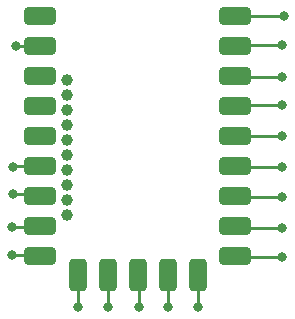
<source format=gtl>
%TF.GenerationSoftware,KiCad,Pcbnew,7.0.7*%
%TF.CreationDate,2024-03-12T09:27:44-04:00*%
%TF.ProjectId,AngelsBox_PCB,416e6765-6c73-4426-9f78-5f5043422e6b,rev?*%
%TF.SameCoordinates,Original*%
%TF.FileFunction,Copper,L1,Top*%
%TF.FilePolarity,Positive*%
%FSLAX46Y46*%
G04 Gerber Fmt 4.6, Leading zero omitted, Abs format (unit mm)*
G04 Created by KiCad (PCBNEW 7.0.7) date 2024-03-12 09:27:44*
%MOMM*%
%LPD*%
G01*
G04 APERTURE LIST*
G04 Aperture macros list*
%AMRoundRect*
0 Rectangle with rounded corners*
0 $1 Rounding radius*
0 $2 $3 $4 $5 $6 $7 $8 $9 X,Y pos of 4 corners*
0 Add a 4 corners polygon primitive as box body*
4,1,4,$2,$3,$4,$5,$6,$7,$8,$9,$2,$3,0*
0 Add four circle primitives for the rounded corners*
1,1,$1+$1,$2,$3*
1,1,$1+$1,$4,$5*
1,1,$1+$1,$6,$7*
1,1,$1+$1,$8,$9*
0 Add four rect primitives between the rounded corners*
20,1,$1+$1,$2,$3,$4,$5,0*
20,1,$1+$1,$4,$5,$6,$7,0*
20,1,$1+$1,$6,$7,$8,$9,0*
20,1,$1+$1,$8,$9,$2,$3,0*%
G04 Aperture macros list end*
%TA.AperFunction,SMDPad,CuDef*%
%ADD10RoundRect,0.381000X-0.999000X-0.381000X0.999000X-0.381000X0.999000X0.381000X-0.999000X0.381000X0*%
%TD*%
%TA.AperFunction,SMDPad,CuDef*%
%ADD11RoundRect,0.381000X-0.381000X0.999000X-0.381000X-0.999000X0.381000X-0.999000X0.381000X0.999000X0*%
%TD*%
%TA.AperFunction,ComponentPad*%
%ADD12C,1.000000*%
%TD*%
%TA.AperFunction,ViaPad*%
%ADD13C,0.800000*%
%TD*%
%TA.AperFunction,Conductor*%
%ADD14C,0.254000*%
%TD*%
G04 APERTURE END LIST*
D10*
%TO.P,U1,0,GP0*%
%TO.N,COL13*%
X207501000Y-46818000D03*
%TO.P,U1,1,GP1*%
%TO.N,COL14*%
X207501000Y-49358000D03*
%TO.P,U1,2,GP2*%
%TO.N,COL10*%
X207501000Y-51898000D03*
%TO.P,U1,3,GP3*%
%TO.N,COL11*%
X207501000Y-54438000D03*
%TO.P,U1,4,GP4*%
%TO.N,COL12*%
X207501000Y-56978000D03*
%TO.P,U1,5,GP5*%
%TO.N,COL9*%
X207501000Y-59518000D03*
%TO.P,U1,6,GP6*%
%TO.N,COL6*%
X207501000Y-62058000D03*
%TO.P,U1,7,GP7*%
%TO.N,COL8*%
X207501000Y-64598000D03*
%TO.P,U1,8,GP8*%
%TO.N,COL5*%
X207501000Y-67138000D03*
D11*
%TO.P,U1,9,GP9*%
%TO.N,COL7*%
X204343000Y-68728000D03*
%TO.P,U1,10,GP10*%
%TO.N,COL3*%
X201803000Y-68728000D03*
%TO.P,U1,11,GP11*%
%TO.N,COL4*%
X199263000Y-68728000D03*
%TO.P,U1,12,GP12*%
%TO.N,COL2*%
X196723000Y-68728000D03*
%TO.P,U1,13,GP13*%
%TO.N,COL1*%
X194183000Y-68728000D03*
D10*
%TO.P,U1,14,GP14*%
%TO.N,COL0*%
X191025000Y-67138000D03*
%TO.P,U1,15,GP15*%
%TO.N,COL17*%
X191025000Y-64598000D03*
D12*
%TO.P,U1,16*%
%TO.N,N/C*%
X193277000Y-63652000D03*
%TO.P,U1,17*%
X193277000Y-62382000D03*
%TO.P,U1,18*%
X193277000Y-61112000D03*
%TO.P,U1,19*%
X193277000Y-59842000D03*
%TO.P,U1,20*%
X193277000Y-58572000D03*
%TO.P,U1,21*%
X193277000Y-57302000D03*
%TO.P,U1,22*%
X193277000Y-56032000D03*
%TO.P,U1,23*%
X193277000Y-54762000D03*
%TO.P,U1,24*%
X193277000Y-53492000D03*
%TO.P,U1,25*%
X193277000Y-52222000D03*
D10*
%TO.P,U1,26,GP26*%
%TO.N,COL16*%
X191025000Y-62058000D03*
%TO.P,U1,27,GP27*%
%TO.N,COL15*%
X191025000Y-59518000D03*
%TO.P,U1,28,GP28*%
%TO.N,unconnected-(U1-GP28-Pad28)*%
X191025000Y-56978000D03*
%TO.P,U1,29,GP29*%
%TO.N,unconnected-(U1-GP29-Pad29)*%
X191025000Y-54438000D03*
%TO.P,U1,30,3V3*%
%TO.N,+3.3V*%
X191025000Y-51898000D03*
%TO.P,U1,31,GND*%
%TO.N,GND*%
X191025000Y-49358000D03*
%TO.P,U1,32,5V*%
%TO.N,+5V*%
X191025000Y-46818000D03*
%TD*%
D13*
%TO.N,COL0*%
X188595000Y-67056000D03*
%TO.N,COL1*%
X194186336Y-71422554D03*
%TO.N,COL2*%
X196726336Y-71422554D03*
%TO.N,COL3*%
X201806336Y-71422554D03*
%TO.N,COL4*%
X199393336Y-71422554D03*
%TO.N,COL5*%
X211455000Y-67183000D03*
%TO.N,COL6*%
X211455000Y-62103000D03*
%TO.N,COL7*%
X204346336Y-71422554D03*
%TO.N,COL8*%
X211455000Y-64770000D03*
%TO.N,COL9*%
X211455000Y-59563000D03*
%TO.N,COL10*%
X211455000Y-51943000D03*
%TO.N,COL11*%
X211455000Y-54390554D03*
%TO.N,COL12*%
X211455000Y-56944554D03*
%TO.N,COL13*%
X211629000Y-46784554D03*
%TO.N,COL14*%
X211455000Y-49276000D03*
%TO.N,COL15*%
X188722000Y-59563000D03*
%TO.N,GND*%
X188979336Y-49324554D03*
%TO.N,COL16*%
X188725336Y-61897554D03*
%TO.N,COL17*%
X188595000Y-64643000D03*
%TD*%
D14*
%TO.N,unconnected-(U1-GP28-Pad28)*%
X190953000Y-56896000D02*
X191025000Y-56968000D01*
%TO.N,unconnected-(U1-GP29-Pad29)*%
X190970000Y-54483000D02*
X191025000Y-54428000D01*
%TO.N,COL0*%
X188595000Y-67056000D02*
X190953000Y-67056000D01*
X190953000Y-67056000D02*
X191025000Y-67128000D01*
%TO.N,COL1*%
X194186336Y-71422554D02*
X194186336Y-68766554D01*
%TO.N,COL2*%
X196726336Y-71422554D02*
X196726336Y-68766554D01*
%TO.N,COL3*%
X201806336Y-71422554D02*
X201806336Y-68766554D01*
%TO.N,COL4*%
X199393336Y-71422554D02*
X199393336Y-68893554D01*
%TO.N,COL5*%
X207556000Y-67183000D02*
X207501000Y-67128000D01*
X211455000Y-67183000D02*
X207556000Y-67183000D01*
%TO.N,COL6*%
X211455000Y-62103000D02*
X207556000Y-62103000D01*
X207556000Y-62103000D02*
X207501000Y-62048000D01*
%TO.N,COL7*%
X204346336Y-71422554D02*
X204346336Y-68766554D01*
%TO.N,COL8*%
X207683000Y-64770000D02*
X207501000Y-64588000D01*
X211455000Y-64770000D02*
X207683000Y-64770000D01*
%TO.N,COL9*%
X211455000Y-59563000D02*
X207556000Y-59563000D01*
X207556000Y-59563000D02*
X207501000Y-59508000D01*
%TO.N,COL10*%
X211455000Y-51943000D02*
X207556000Y-51943000D01*
X207556000Y-51943000D02*
X207501000Y-51888000D01*
%TO.N,COL11*%
X207538446Y-54390554D02*
X207501000Y-54428000D01*
X211455000Y-54390554D02*
X207538446Y-54390554D01*
%TO.N,COL12*%
X211455000Y-56944554D02*
X207524446Y-56944554D01*
X207524446Y-56944554D02*
X207501000Y-56968000D01*
%TO.N,COL13*%
X209094000Y-46784554D02*
X207524446Y-46784554D01*
X207524446Y-46784554D02*
X207501000Y-46808000D01*
X211629000Y-46784554D02*
X209094000Y-46784554D01*
%TO.N,COL14*%
X211455000Y-49276000D02*
X207573000Y-49276000D01*
X207573000Y-49276000D02*
X207501000Y-49348000D01*
%TO.N,COL15*%
X188777000Y-59508000D02*
X188722000Y-59563000D01*
X191025000Y-59508000D02*
X188777000Y-59508000D01*
%TO.N,GND*%
X189012782Y-49358000D02*
X188979336Y-49324554D01*
X191025000Y-49358000D02*
X189012782Y-49358000D01*
%TO.N,COL16*%
X190843000Y-62230000D02*
X191025000Y-62048000D01*
X190874554Y-61897554D02*
X191025000Y-62048000D01*
X188725336Y-61897554D02*
X190874554Y-61897554D01*
%TO.N,COL17*%
X188595000Y-64643000D02*
X190970000Y-64643000D01*
X190970000Y-64643000D02*
X191025000Y-64588000D01*
%TD*%
M02*

</source>
